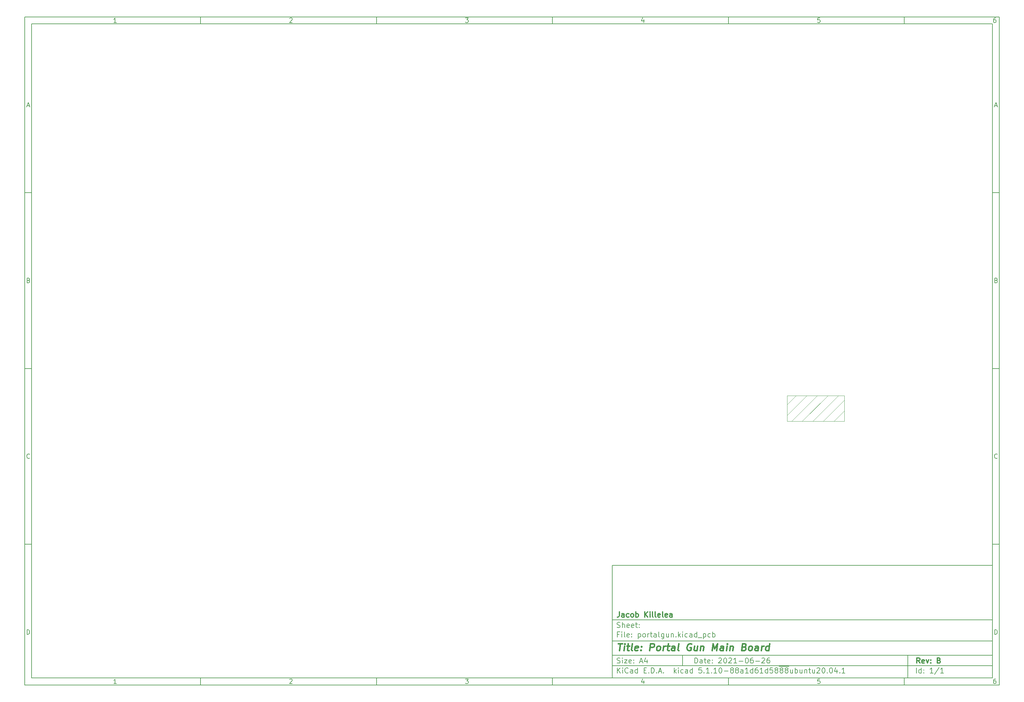
<source format=gbr>
%TF.GenerationSoftware,KiCad,Pcbnew,5.1.10-88a1d61d58~88~ubuntu20.04.1*%
%TF.CreationDate,2021-06-26T15:26:23-05:00*%
%TF.ProjectId,portalgun,706f7274-616c-4677-956e-2e6b69636164,B*%
%TF.SameCoordinates,Original*%
%TF.FileFunction,OtherDrawing,Comment*%
%FSLAX46Y46*%
G04 Gerber Fmt 4.6, Leading zero omitted, Abs format (unit mm)*
G04 Created by KiCad (PCBNEW 5.1.10-88a1d61d58~88~ubuntu20.04.1) date 2021-06-26 15:26:23*
%MOMM*%
%LPD*%
G01*
G04 APERTURE LIST*
%ADD10C,0.100000*%
%ADD11C,0.150000*%
%ADD12C,0.300000*%
%ADD13C,0.400000*%
%ADD14C,0.120000*%
G04 APERTURE END LIST*
D10*
D11*
X177002200Y-166007200D02*
X177002200Y-198007200D01*
X285002200Y-198007200D01*
X285002200Y-166007200D01*
X177002200Y-166007200D01*
D10*
D11*
X10000000Y-10000000D02*
X10000000Y-200007200D01*
X287002200Y-200007200D01*
X287002200Y-10000000D01*
X10000000Y-10000000D01*
D10*
D11*
X12000000Y-12000000D02*
X12000000Y-198007200D01*
X285002200Y-198007200D01*
X285002200Y-12000000D01*
X12000000Y-12000000D01*
D10*
D11*
X60000000Y-12000000D02*
X60000000Y-10000000D01*
D10*
D11*
X110000000Y-12000000D02*
X110000000Y-10000000D01*
D10*
D11*
X160000000Y-12000000D02*
X160000000Y-10000000D01*
D10*
D11*
X210000000Y-12000000D02*
X210000000Y-10000000D01*
D10*
D11*
X260000000Y-12000000D02*
X260000000Y-10000000D01*
D10*
D11*
X36065476Y-11588095D02*
X35322619Y-11588095D01*
X35694047Y-11588095D02*
X35694047Y-10288095D01*
X35570238Y-10473809D01*
X35446428Y-10597619D01*
X35322619Y-10659523D01*
D10*
D11*
X85322619Y-10411904D02*
X85384523Y-10350000D01*
X85508333Y-10288095D01*
X85817857Y-10288095D01*
X85941666Y-10350000D01*
X86003571Y-10411904D01*
X86065476Y-10535714D01*
X86065476Y-10659523D01*
X86003571Y-10845238D01*
X85260714Y-11588095D01*
X86065476Y-11588095D01*
D10*
D11*
X135260714Y-10288095D02*
X136065476Y-10288095D01*
X135632142Y-10783333D01*
X135817857Y-10783333D01*
X135941666Y-10845238D01*
X136003571Y-10907142D01*
X136065476Y-11030952D01*
X136065476Y-11340476D01*
X136003571Y-11464285D01*
X135941666Y-11526190D01*
X135817857Y-11588095D01*
X135446428Y-11588095D01*
X135322619Y-11526190D01*
X135260714Y-11464285D01*
D10*
D11*
X185941666Y-10721428D02*
X185941666Y-11588095D01*
X185632142Y-10226190D02*
X185322619Y-11154761D01*
X186127380Y-11154761D01*
D10*
D11*
X236003571Y-10288095D02*
X235384523Y-10288095D01*
X235322619Y-10907142D01*
X235384523Y-10845238D01*
X235508333Y-10783333D01*
X235817857Y-10783333D01*
X235941666Y-10845238D01*
X236003571Y-10907142D01*
X236065476Y-11030952D01*
X236065476Y-11340476D01*
X236003571Y-11464285D01*
X235941666Y-11526190D01*
X235817857Y-11588095D01*
X235508333Y-11588095D01*
X235384523Y-11526190D01*
X235322619Y-11464285D01*
D10*
D11*
X285941666Y-10288095D02*
X285694047Y-10288095D01*
X285570238Y-10350000D01*
X285508333Y-10411904D01*
X285384523Y-10597619D01*
X285322619Y-10845238D01*
X285322619Y-11340476D01*
X285384523Y-11464285D01*
X285446428Y-11526190D01*
X285570238Y-11588095D01*
X285817857Y-11588095D01*
X285941666Y-11526190D01*
X286003571Y-11464285D01*
X286065476Y-11340476D01*
X286065476Y-11030952D01*
X286003571Y-10907142D01*
X285941666Y-10845238D01*
X285817857Y-10783333D01*
X285570238Y-10783333D01*
X285446428Y-10845238D01*
X285384523Y-10907142D01*
X285322619Y-11030952D01*
D10*
D11*
X60000000Y-198007200D02*
X60000000Y-200007200D01*
D10*
D11*
X110000000Y-198007200D02*
X110000000Y-200007200D01*
D10*
D11*
X160000000Y-198007200D02*
X160000000Y-200007200D01*
D10*
D11*
X210000000Y-198007200D02*
X210000000Y-200007200D01*
D10*
D11*
X260000000Y-198007200D02*
X260000000Y-200007200D01*
D10*
D11*
X36065476Y-199595295D02*
X35322619Y-199595295D01*
X35694047Y-199595295D02*
X35694047Y-198295295D01*
X35570238Y-198481009D01*
X35446428Y-198604819D01*
X35322619Y-198666723D01*
D10*
D11*
X85322619Y-198419104D02*
X85384523Y-198357200D01*
X85508333Y-198295295D01*
X85817857Y-198295295D01*
X85941666Y-198357200D01*
X86003571Y-198419104D01*
X86065476Y-198542914D01*
X86065476Y-198666723D01*
X86003571Y-198852438D01*
X85260714Y-199595295D01*
X86065476Y-199595295D01*
D10*
D11*
X135260714Y-198295295D02*
X136065476Y-198295295D01*
X135632142Y-198790533D01*
X135817857Y-198790533D01*
X135941666Y-198852438D01*
X136003571Y-198914342D01*
X136065476Y-199038152D01*
X136065476Y-199347676D01*
X136003571Y-199471485D01*
X135941666Y-199533390D01*
X135817857Y-199595295D01*
X135446428Y-199595295D01*
X135322619Y-199533390D01*
X135260714Y-199471485D01*
D10*
D11*
X185941666Y-198728628D02*
X185941666Y-199595295D01*
X185632142Y-198233390D02*
X185322619Y-199161961D01*
X186127380Y-199161961D01*
D10*
D11*
X236003571Y-198295295D02*
X235384523Y-198295295D01*
X235322619Y-198914342D01*
X235384523Y-198852438D01*
X235508333Y-198790533D01*
X235817857Y-198790533D01*
X235941666Y-198852438D01*
X236003571Y-198914342D01*
X236065476Y-199038152D01*
X236065476Y-199347676D01*
X236003571Y-199471485D01*
X235941666Y-199533390D01*
X235817857Y-199595295D01*
X235508333Y-199595295D01*
X235384523Y-199533390D01*
X235322619Y-199471485D01*
D10*
D11*
X285941666Y-198295295D02*
X285694047Y-198295295D01*
X285570238Y-198357200D01*
X285508333Y-198419104D01*
X285384523Y-198604819D01*
X285322619Y-198852438D01*
X285322619Y-199347676D01*
X285384523Y-199471485D01*
X285446428Y-199533390D01*
X285570238Y-199595295D01*
X285817857Y-199595295D01*
X285941666Y-199533390D01*
X286003571Y-199471485D01*
X286065476Y-199347676D01*
X286065476Y-199038152D01*
X286003571Y-198914342D01*
X285941666Y-198852438D01*
X285817857Y-198790533D01*
X285570238Y-198790533D01*
X285446428Y-198852438D01*
X285384523Y-198914342D01*
X285322619Y-199038152D01*
D10*
D11*
X10000000Y-60000000D02*
X12000000Y-60000000D01*
D10*
D11*
X10000000Y-110000000D02*
X12000000Y-110000000D01*
D10*
D11*
X10000000Y-160000000D02*
X12000000Y-160000000D01*
D10*
D11*
X10690476Y-35216666D02*
X11309523Y-35216666D01*
X10566666Y-35588095D02*
X11000000Y-34288095D01*
X11433333Y-35588095D01*
D10*
D11*
X11092857Y-84907142D02*
X11278571Y-84969047D01*
X11340476Y-85030952D01*
X11402380Y-85154761D01*
X11402380Y-85340476D01*
X11340476Y-85464285D01*
X11278571Y-85526190D01*
X11154761Y-85588095D01*
X10659523Y-85588095D01*
X10659523Y-84288095D01*
X11092857Y-84288095D01*
X11216666Y-84350000D01*
X11278571Y-84411904D01*
X11340476Y-84535714D01*
X11340476Y-84659523D01*
X11278571Y-84783333D01*
X11216666Y-84845238D01*
X11092857Y-84907142D01*
X10659523Y-84907142D01*
D10*
D11*
X11402380Y-135464285D02*
X11340476Y-135526190D01*
X11154761Y-135588095D01*
X11030952Y-135588095D01*
X10845238Y-135526190D01*
X10721428Y-135402380D01*
X10659523Y-135278571D01*
X10597619Y-135030952D01*
X10597619Y-134845238D01*
X10659523Y-134597619D01*
X10721428Y-134473809D01*
X10845238Y-134350000D01*
X11030952Y-134288095D01*
X11154761Y-134288095D01*
X11340476Y-134350000D01*
X11402380Y-134411904D01*
D10*
D11*
X10659523Y-185588095D02*
X10659523Y-184288095D01*
X10969047Y-184288095D01*
X11154761Y-184350000D01*
X11278571Y-184473809D01*
X11340476Y-184597619D01*
X11402380Y-184845238D01*
X11402380Y-185030952D01*
X11340476Y-185278571D01*
X11278571Y-185402380D01*
X11154761Y-185526190D01*
X10969047Y-185588095D01*
X10659523Y-185588095D01*
D10*
D11*
X287002200Y-60000000D02*
X285002200Y-60000000D01*
D10*
D11*
X287002200Y-110000000D02*
X285002200Y-110000000D01*
D10*
D11*
X287002200Y-160000000D02*
X285002200Y-160000000D01*
D10*
D11*
X285692676Y-35216666D02*
X286311723Y-35216666D01*
X285568866Y-35588095D02*
X286002200Y-34288095D01*
X286435533Y-35588095D01*
D10*
D11*
X286095057Y-84907142D02*
X286280771Y-84969047D01*
X286342676Y-85030952D01*
X286404580Y-85154761D01*
X286404580Y-85340476D01*
X286342676Y-85464285D01*
X286280771Y-85526190D01*
X286156961Y-85588095D01*
X285661723Y-85588095D01*
X285661723Y-84288095D01*
X286095057Y-84288095D01*
X286218866Y-84350000D01*
X286280771Y-84411904D01*
X286342676Y-84535714D01*
X286342676Y-84659523D01*
X286280771Y-84783333D01*
X286218866Y-84845238D01*
X286095057Y-84907142D01*
X285661723Y-84907142D01*
D10*
D11*
X286404580Y-135464285D02*
X286342676Y-135526190D01*
X286156961Y-135588095D01*
X286033152Y-135588095D01*
X285847438Y-135526190D01*
X285723628Y-135402380D01*
X285661723Y-135278571D01*
X285599819Y-135030952D01*
X285599819Y-134845238D01*
X285661723Y-134597619D01*
X285723628Y-134473809D01*
X285847438Y-134350000D01*
X286033152Y-134288095D01*
X286156961Y-134288095D01*
X286342676Y-134350000D01*
X286404580Y-134411904D01*
D10*
D11*
X285661723Y-185588095D02*
X285661723Y-184288095D01*
X285971247Y-184288095D01*
X286156961Y-184350000D01*
X286280771Y-184473809D01*
X286342676Y-184597619D01*
X286404580Y-184845238D01*
X286404580Y-185030952D01*
X286342676Y-185278571D01*
X286280771Y-185402380D01*
X286156961Y-185526190D01*
X285971247Y-185588095D01*
X285661723Y-185588095D01*
D10*
D11*
X200434342Y-193785771D02*
X200434342Y-192285771D01*
X200791485Y-192285771D01*
X201005771Y-192357200D01*
X201148628Y-192500057D01*
X201220057Y-192642914D01*
X201291485Y-192928628D01*
X201291485Y-193142914D01*
X201220057Y-193428628D01*
X201148628Y-193571485D01*
X201005771Y-193714342D01*
X200791485Y-193785771D01*
X200434342Y-193785771D01*
X202577200Y-193785771D02*
X202577200Y-193000057D01*
X202505771Y-192857200D01*
X202362914Y-192785771D01*
X202077200Y-192785771D01*
X201934342Y-192857200D01*
X202577200Y-193714342D02*
X202434342Y-193785771D01*
X202077200Y-193785771D01*
X201934342Y-193714342D01*
X201862914Y-193571485D01*
X201862914Y-193428628D01*
X201934342Y-193285771D01*
X202077200Y-193214342D01*
X202434342Y-193214342D01*
X202577200Y-193142914D01*
X203077200Y-192785771D02*
X203648628Y-192785771D01*
X203291485Y-192285771D02*
X203291485Y-193571485D01*
X203362914Y-193714342D01*
X203505771Y-193785771D01*
X203648628Y-193785771D01*
X204720057Y-193714342D02*
X204577200Y-193785771D01*
X204291485Y-193785771D01*
X204148628Y-193714342D01*
X204077200Y-193571485D01*
X204077200Y-193000057D01*
X204148628Y-192857200D01*
X204291485Y-192785771D01*
X204577200Y-192785771D01*
X204720057Y-192857200D01*
X204791485Y-193000057D01*
X204791485Y-193142914D01*
X204077200Y-193285771D01*
X205434342Y-193642914D02*
X205505771Y-193714342D01*
X205434342Y-193785771D01*
X205362914Y-193714342D01*
X205434342Y-193642914D01*
X205434342Y-193785771D01*
X205434342Y-192857200D02*
X205505771Y-192928628D01*
X205434342Y-193000057D01*
X205362914Y-192928628D01*
X205434342Y-192857200D01*
X205434342Y-193000057D01*
X207220057Y-192428628D02*
X207291485Y-192357200D01*
X207434342Y-192285771D01*
X207791485Y-192285771D01*
X207934342Y-192357200D01*
X208005771Y-192428628D01*
X208077200Y-192571485D01*
X208077200Y-192714342D01*
X208005771Y-192928628D01*
X207148628Y-193785771D01*
X208077200Y-193785771D01*
X209005771Y-192285771D02*
X209148628Y-192285771D01*
X209291485Y-192357200D01*
X209362914Y-192428628D01*
X209434342Y-192571485D01*
X209505771Y-192857200D01*
X209505771Y-193214342D01*
X209434342Y-193500057D01*
X209362914Y-193642914D01*
X209291485Y-193714342D01*
X209148628Y-193785771D01*
X209005771Y-193785771D01*
X208862914Y-193714342D01*
X208791485Y-193642914D01*
X208720057Y-193500057D01*
X208648628Y-193214342D01*
X208648628Y-192857200D01*
X208720057Y-192571485D01*
X208791485Y-192428628D01*
X208862914Y-192357200D01*
X209005771Y-192285771D01*
X210077200Y-192428628D02*
X210148628Y-192357200D01*
X210291485Y-192285771D01*
X210648628Y-192285771D01*
X210791485Y-192357200D01*
X210862914Y-192428628D01*
X210934342Y-192571485D01*
X210934342Y-192714342D01*
X210862914Y-192928628D01*
X210005771Y-193785771D01*
X210934342Y-193785771D01*
X212362914Y-193785771D02*
X211505771Y-193785771D01*
X211934342Y-193785771D02*
X211934342Y-192285771D01*
X211791485Y-192500057D01*
X211648628Y-192642914D01*
X211505771Y-192714342D01*
X213005771Y-193214342D02*
X214148628Y-193214342D01*
X215148628Y-192285771D02*
X215291485Y-192285771D01*
X215434342Y-192357200D01*
X215505771Y-192428628D01*
X215577200Y-192571485D01*
X215648628Y-192857200D01*
X215648628Y-193214342D01*
X215577200Y-193500057D01*
X215505771Y-193642914D01*
X215434342Y-193714342D01*
X215291485Y-193785771D01*
X215148628Y-193785771D01*
X215005771Y-193714342D01*
X214934342Y-193642914D01*
X214862914Y-193500057D01*
X214791485Y-193214342D01*
X214791485Y-192857200D01*
X214862914Y-192571485D01*
X214934342Y-192428628D01*
X215005771Y-192357200D01*
X215148628Y-192285771D01*
X216934342Y-192285771D02*
X216648628Y-192285771D01*
X216505771Y-192357200D01*
X216434342Y-192428628D01*
X216291485Y-192642914D01*
X216220057Y-192928628D01*
X216220057Y-193500057D01*
X216291485Y-193642914D01*
X216362914Y-193714342D01*
X216505771Y-193785771D01*
X216791485Y-193785771D01*
X216934342Y-193714342D01*
X217005771Y-193642914D01*
X217077200Y-193500057D01*
X217077200Y-193142914D01*
X217005771Y-193000057D01*
X216934342Y-192928628D01*
X216791485Y-192857200D01*
X216505771Y-192857200D01*
X216362914Y-192928628D01*
X216291485Y-193000057D01*
X216220057Y-193142914D01*
X217720057Y-193214342D02*
X218862914Y-193214342D01*
X219505771Y-192428628D02*
X219577200Y-192357200D01*
X219720057Y-192285771D01*
X220077200Y-192285771D01*
X220220057Y-192357200D01*
X220291485Y-192428628D01*
X220362914Y-192571485D01*
X220362914Y-192714342D01*
X220291485Y-192928628D01*
X219434342Y-193785771D01*
X220362914Y-193785771D01*
X221648628Y-192285771D02*
X221362914Y-192285771D01*
X221220057Y-192357200D01*
X221148628Y-192428628D01*
X221005771Y-192642914D01*
X220934342Y-192928628D01*
X220934342Y-193500057D01*
X221005771Y-193642914D01*
X221077200Y-193714342D01*
X221220057Y-193785771D01*
X221505771Y-193785771D01*
X221648628Y-193714342D01*
X221720057Y-193642914D01*
X221791485Y-193500057D01*
X221791485Y-193142914D01*
X221720057Y-193000057D01*
X221648628Y-192928628D01*
X221505771Y-192857200D01*
X221220057Y-192857200D01*
X221077200Y-192928628D01*
X221005771Y-193000057D01*
X220934342Y-193142914D01*
D10*
D11*
X177002200Y-194507200D02*
X285002200Y-194507200D01*
D10*
D11*
X178434342Y-196585771D02*
X178434342Y-195085771D01*
X179291485Y-196585771D02*
X178648628Y-195728628D01*
X179291485Y-195085771D02*
X178434342Y-195942914D01*
X179934342Y-196585771D02*
X179934342Y-195585771D01*
X179934342Y-195085771D02*
X179862914Y-195157200D01*
X179934342Y-195228628D01*
X180005771Y-195157200D01*
X179934342Y-195085771D01*
X179934342Y-195228628D01*
X181505771Y-196442914D02*
X181434342Y-196514342D01*
X181220057Y-196585771D01*
X181077200Y-196585771D01*
X180862914Y-196514342D01*
X180720057Y-196371485D01*
X180648628Y-196228628D01*
X180577200Y-195942914D01*
X180577200Y-195728628D01*
X180648628Y-195442914D01*
X180720057Y-195300057D01*
X180862914Y-195157200D01*
X181077200Y-195085771D01*
X181220057Y-195085771D01*
X181434342Y-195157200D01*
X181505771Y-195228628D01*
X182791485Y-196585771D02*
X182791485Y-195800057D01*
X182720057Y-195657200D01*
X182577200Y-195585771D01*
X182291485Y-195585771D01*
X182148628Y-195657200D01*
X182791485Y-196514342D02*
X182648628Y-196585771D01*
X182291485Y-196585771D01*
X182148628Y-196514342D01*
X182077200Y-196371485D01*
X182077200Y-196228628D01*
X182148628Y-196085771D01*
X182291485Y-196014342D01*
X182648628Y-196014342D01*
X182791485Y-195942914D01*
X184148628Y-196585771D02*
X184148628Y-195085771D01*
X184148628Y-196514342D02*
X184005771Y-196585771D01*
X183720057Y-196585771D01*
X183577200Y-196514342D01*
X183505771Y-196442914D01*
X183434342Y-196300057D01*
X183434342Y-195871485D01*
X183505771Y-195728628D01*
X183577200Y-195657200D01*
X183720057Y-195585771D01*
X184005771Y-195585771D01*
X184148628Y-195657200D01*
X186005771Y-195800057D02*
X186505771Y-195800057D01*
X186720057Y-196585771D02*
X186005771Y-196585771D01*
X186005771Y-195085771D01*
X186720057Y-195085771D01*
X187362914Y-196442914D02*
X187434342Y-196514342D01*
X187362914Y-196585771D01*
X187291485Y-196514342D01*
X187362914Y-196442914D01*
X187362914Y-196585771D01*
X188077200Y-196585771D02*
X188077200Y-195085771D01*
X188434342Y-195085771D01*
X188648628Y-195157200D01*
X188791485Y-195300057D01*
X188862914Y-195442914D01*
X188934342Y-195728628D01*
X188934342Y-195942914D01*
X188862914Y-196228628D01*
X188791485Y-196371485D01*
X188648628Y-196514342D01*
X188434342Y-196585771D01*
X188077200Y-196585771D01*
X189577200Y-196442914D02*
X189648628Y-196514342D01*
X189577200Y-196585771D01*
X189505771Y-196514342D01*
X189577200Y-196442914D01*
X189577200Y-196585771D01*
X190220057Y-196157200D02*
X190934342Y-196157200D01*
X190077200Y-196585771D02*
X190577200Y-195085771D01*
X191077200Y-196585771D01*
X191577200Y-196442914D02*
X191648628Y-196514342D01*
X191577200Y-196585771D01*
X191505771Y-196514342D01*
X191577200Y-196442914D01*
X191577200Y-196585771D01*
X194577200Y-196585771D02*
X194577200Y-195085771D01*
X194720057Y-196014342D02*
X195148628Y-196585771D01*
X195148628Y-195585771D02*
X194577200Y-196157200D01*
X195791485Y-196585771D02*
X195791485Y-195585771D01*
X195791485Y-195085771D02*
X195720057Y-195157200D01*
X195791485Y-195228628D01*
X195862914Y-195157200D01*
X195791485Y-195085771D01*
X195791485Y-195228628D01*
X197148628Y-196514342D02*
X197005771Y-196585771D01*
X196720057Y-196585771D01*
X196577200Y-196514342D01*
X196505771Y-196442914D01*
X196434342Y-196300057D01*
X196434342Y-195871485D01*
X196505771Y-195728628D01*
X196577200Y-195657200D01*
X196720057Y-195585771D01*
X197005771Y-195585771D01*
X197148628Y-195657200D01*
X198434342Y-196585771D02*
X198434342Y-195800057D01*
X198362914Y-195657200D01*
X198220057Y-195585771D01*
X197934342Y-195585771D01*
X197791485Y-195657200D01*
X198434342Y-196514342D02*
X198291485Y-196585771D01*
X197934342Y-196585771D01*
X197791485Y-196514342D01*
X197720057Y-196371485D01*
X197720057Y-196228628D01*
X197791485Y-196085771D01*
X197934342Y-196014342D01*
X198291485Y-196014342D01*
X198434342Y-195942914D01*
X199791485Y-196585771D02*
X199791485Y-195085771D01*
X199791485Y-196514342D02*
X199648628Y-196585771D01*
X199362914Y-196585771D01*
X199220057Y-196514342D01*
X199148628Y-196442914D01*
X199077200Y-196300057D01*
X199077200Y-195871485D01*
X199148628Y-195728628D01*
X199220057Y-195657200D01*
X199362914Y-195585771D01*
X199648628Y-195585771D01*
X199791485Y-195657200D01*
X202362914Y-195085771D02*
X201648628Y-195085771D01*
X201577200Y-195800057D01*
X201648628Y-195728628D01*
X201791485Y-195657200D01*
X202148628Y-195657200D01*
X202291485Y-195728628D01*
X202362914Y-195800057D01*
X202434342Y-195942914D01*
X202434342Y-196300057D01*
X202362914Y-196442914D01*
X202291485Y-196514342D01*
X202148628Y-196585771D01*
X201791485Y-196585771D01*
X201648628Y-196514342D01*
X201577200Y-196442914D01*
X203077200Y-196442914D02*
X203148628Y-196514342D01*
X203077200Y-196585771D01*
X203005771Y-196514342D01*
X203077200Y-196442914D01*
X203077200Y-196585771D01*
X204577200Y-196585771D02*
X203720057Y-196585771D01*
X204148628Y-196585771D02*
X204148628Y-195085771D01*
X204005771Y-195300057D01*
X203862914Y-195442914D01*
X203720057Y-195514342D01*
X205220057Y-196442914D02*
X205291485Y-196514342D01*
X205220057Y-196585771D01*
X205148628Y-196514342D01*
X205220057Y-196442914D01*
X205220057Y-196585771D01*
X206720057Y-196585771D02*
X205862914Y-196585771D01*
X206291485Y-196585771D02*
X206291485Y-195085771D01*
X206148628Y-195300057D01*
X206005771Y-195442914D01*
X205862914Y-195514342D01*
X207648628Y-195085771D02*
X207791485Y-195085771D01*
X207934342Y-195157200D01*
X208005771Y-195228628D01*
X208077200Y-195371485D01*
X208148628Y-195657200D01*
X208148628Y-196014342D01*
X208077200Y-196300057D01*
X208005771Y-196442914D01*
X207934342Y-196514342D01*
X207791485Y-196585771D01*
X207648628Y-196585771D01*
X207505771Y-196514342D01*
X207434342Y-196442914D01*
X207362914Y-196300057D01*
X207291485Y-196014342D01*
X207291485Y-195657200D01*
X207362914Y-195371485D01*
X207434342Y-195228628D01*
X207505771Y-195157200D01*
X207648628Y-195085771D01*
X208791485Y-196014342D02*
X209934342Y-196014342D01*
X210862914Y-195728628D02*
X210720057Y-195657200D01*
X210648628Y-195585771D01*
X210577200Y-195442914D01*
X210577200Y-195371485D01*
X210648628Y-195228628D01*
X210720057Y-195157200D01*
X210862914Y-195085771D01*
X211148628Y-195085771D01*
X211291485Y-195157200D01*
X211362914Y-195228628D01*
X211434342Y-195371485D01*
X211434342Y-195442914D01*
X211362914Y-195585771D01*
X211291485Y-195657200D01*
X211148628Y-195728628D01*
X210862914Y-195728628D01*
X210720057Y-195800057D01*
X210648628Y-195871485D01*
X210577200Y-196014342D01*
X210577200Y-196300057D01*
X210648628Y-196442914D01*
X210720057Y-196514342D01*
X210862914Y-196585771D01*
X211148628Y-196585771D01*
X211291485Y-196514342D01*
X211362914Y-196442914D01*
X211434342Y-196300057D01*
X211434342Y-196014342D01*
X211362914Y-195871485D01*
X211291485Y-195800057D01*
X211148628Y-195728628D01*
X212291485Y-195728628D02*
X212148628Y-195657200D01*
X212077200Y-195585771D01*
X212005771Y-195442914D01*
X212005771Y-195371485D01*
X212077200Y-195228628D01*
X212148628Y-195157200D01*
X212291485Y-195085771D01*
X212577200Y-195085771D01*
X212720057Y-195157200D01*
X212791485Y-195228628D01*
X212862914Y-195371485D01*
X212862914Y-195442914D01*
X212791485Y-195585771D01*
X212720057Y-195657200D01*
X212577200Y-195728628D01*
X212291485Y-195728628D01*
X212148628Y-195800057D01*
X212077200Y-195871485D01*
X212005771Y-196014342D01*
X212005771Y-196300057D01*
X212077200Y-196442914D01*
X212148628Y-196514342D01*
X212291485Y-196585771D01*
X212577200Y-196585771D01*
X212720057Y-196514342D01*
X212791485Y-196442914D01*
X212862914Y-196300057D01*
X212862914Y-196014342D01*
X212791485Y-195871485D01*
X212720057Y-195800057D01*
X212577200Y-195728628D01*
X214148628Y-196585771D02*
X214148628Y-195800057D01*
X214077200Y-195657200D01*
X213934342Y-195585771D01*
X213648628Y-195585771D01*
X213505771Y-195657200D01*
X214148628Y-196514342D02*
X214005771Y-196585771D01*
X213648628Y-196585771D01*
X213505771Y-196514342D01*
X213434342Y-196371485D01*
X213434342Y-196228628D01*
X213505771Y-196085771D01*
X213648628Y-196014342D01*
X214005771Y-196014342D01*
X214148628Y-195942914D01*
X215648628Y-196585771D02*
X214791485Y-196585771D01*
X215220057Y-196585771D02*
X215220057Y-195085771D01*
X215077200Y-195300057D01*
X214934342Y-195442914D01*
X214791485Y-195514342D01*
X216934342Y-196585771D02*
X216934342Y-195085771D01*
X216934342Y-196514342D02*
X216791485Y-196585771D01*
X216505771Y-196585771D01*
X216362914Y-196514342D01*
X216291485Y-196442914D01*
X216220057Y-196300057D01*
X216220057Y-195871485D01*
X216291485Y-195728628D01*
X216362914Y-195657200D01*
X216505771Y-195585771D01*
X216791485Y-195585771D01*
X216934342Y-195657200D01*
X218291485Y-195085771D02*
X218005771Y-195085771D01*
X217862914Y-195157200D01*
X217791485Y-195228628D01*
X217648628Y-195442914D01*
X217577200Y-195728628D01*
X217577200Y-196300057D01*
X217648628Y-196442914D01*
X217720057Y-196514342D01*
X217862914Y-196585771D01*
X218148628Y-196585771D01*
X218291485Y-196514342D01*
X218362914Y-196442914D01*
X218434342Y-196300057D01*
X218434342Y-195942914D01*
X218362914Y-195800057D01*
X218291485Y-195728628D01*
X218148628Y-195657200D01*
X217862914Y-195657200D01*
X217720057Y-195728628D01*
X217648628Y-195800057D01*
X217577200Y-195942914D01*
X219862914Y-196585771D02*
X219005771Y-196585771D01*
X219434342Y-196585771D02*
X219434342Y-195085771D01*
X219291485Y-195300057D01*
X219148628Y-195442914D01*
X219005771Y-195514342D01*
X221148628Y-196585771D02*
X221148628Y-195085771D01*
X221148628Y-196514342D02*
X221005771Y-196585771D01*
X220720057Y-196585771D01*
X220577200Y-196514342D01*
X220505771Y-196442914D01*
X220434342Y-196300057D01*
X220434342Y-195871485D01*
X220505771Y-195728628D01*
X220577200Y-195657200D01*
X220720057Y-195585771D01*
X221005771Y-195585771D01*
X221148628Y-195657200D01*
X222577200Y-195085771D02*
X221862914Y-195085771D01*
X221791485Y-195800057D01*
X221862914Y-195728628D01*
X222005771Y-195657200D01*
X222362914Y-195657200D01*
X222505771Y-195728628D01*
X222577200Y-195800057D01*
X222648628Y-195942914D01*
X222648628Y-196300057D01*
X222577200Y-196442914D01*
X222505771Y-196514342D01*
X222362914Y-196585771D01*
X222005771Y-196585771D01*
X221862914Y-196514342D01*
X221791485Y-196442914D01*
X223505771Y-195728628D02*
X223362914Y-195657200D01*
X223291485Y-195585771D01*
X223220057Y-195442914D01*
X223220057Y-195371485D01*
X223291485Y-195228628D01*
X223362914Y-195157200D01*
X223505771Y-195085771D01*
X223791485Y-195085771D01*
X223934342Y-195157200D01*
X224005771Y-195228628D01*
X224077200Y-195371485D01*
X224077200Y-195442914D01*
X224005771Y-195585771D01*
X223934342Y-195657200D01*
X223791485Y-195728628D01*
X223505771Y-195728628D01*
X223362914Y-195800057D01*
X223291485Y-195871485D01*
X223220057Y-196014342D01*
X223220057Y-196300057D01*
X223291485Y-196442914D01*
X223362914Y-196514342D01*
X223505771Y-196585771D01*
X223791485Y-196585771D01*
X223934342Y-196514342D01*
X224005771Y-196442914D01*
X224077200Y-196300057D01*
X224077200Y-196014342D01*
X224005771Y-195871485D01*
X223934342Y-195800057D01*
X223791485Y-195728628D01*
X224362914Y-194677200D02*
X225791485Y-194677200D01*
X224934342Y-195728628D02*
X224791485Y-195657200D01*
X224720057Y-195585771D01*
X224648628Y-195442914D01*
X224648628Y-195371485D01*
X224720057Y-195228628D01*
X224791485Y-195157200D01*
X224934342Y-195085771D01*
X225220057Y-195085771D01*
X225362914Y-195157200D01*
X225434342Y-195228628D01*
X225505771Y-195371485D01*
X225505771Y-195442914D01*
X225434342Y-195585771D01*
X225362914Y-195657200D01*
X225220057Y-195728628D01*
X224934342Y-195728628D01*
X224791485Y-195800057D01*
X224720057Y-195871485D01*
X224648628Y-196014342D01*
X224648628Y-196300057D01*
X224720057Y-196442914D01*
X224791485Y-196514342D01*
X224934342Y-196585771D01*
X225220057Y-196585771D01*
X225362914Y-196514342D01*
X225434342Y-196442914D01*
X225505771Y-196300057D01*
X225505771Y-196014342D01*
X225434342Y-195871485D01*
X225362914Y-195800057D01*
X225220057Y-195728628D01*
X225791485Y-194677200D02*
X227220057Y-194677200D01*
X226362914Y-195728628D02*
X226220057Y-195657200D01*
X226148628Y-195585771D01*
X226077199Y-195442914D01*
X226077199Y-195371485D01*
X226148628Y-195228628D01*
X226220057Y-195157200D01*
X226362914Y-195085771D01*
X226648628Y-195085771D01*
X226791485Y-195157200D01*
X226862914Y-195228628D01*
X226934342Y-195371485D01*
X226934342Y-195442914D01*
X226862914Y-195585771D01*
X226791485Y-195657200D01*
X226648628Y-195728628D01*
X226362914Y-195728628D01*
X226220057Y-195800057D01*
X226148628Y-195871485D01*
X226077199Y-196014342D01*
X226077199Y-196300057D01*
X226148628Y-196442914D01*
X226220057Y-196514342D01*
X226362914Y-196585771D01*
X226648628Y-196585771D01*
X226791485Y-196514342D01*
X226862914Y-196442914D01*
X226934342Y-196300057D01*
X226934342Y-196014342D01*
X226862914Y-195871485D01*
X226791485Y-195800057D01*
X226648628Y-195728628D01*
X228220057Y-195585771D02*
X228220057Y-196585771D01*
X227577199Y-195585771D02*
X227577199Y-196371485D01*
X227648628Y-196514342D01*
X227791485Y-196585771D01*
X228005771Y-196585771D01*
X228148628Y-196514342D01*
X228220057Y-196442914D01*
X228934342Y-196585771D02*
X228934342Y-195085771D01*
X228934342Y-195657200D02*
X229077199Y-195585771D01*
X229362914Y-195585771D01*
X229505771Y-195657200D01*
X229577199Y-195728628D01*
X229648628Y-195871485D01*
X229648628Y-196300057D01*
X229577199Y-196442914D01*
X229505771Y-196514342D01*
X229362914Y-196585771D01*
X229077199Y-196585771D01*
X228934342Y-196514342D01*
X230934342Y-195585771D02*
X230934342Y-196585771D01*
X230291485Y-195585771D02*
X230291485Y-196371485D01*
X230362914Y-196514342D01*
X230505771Y-196585771D01*
X230720057Y-196585771D01*
X230862914Y-196514342D01*
X230934342Y-196442914D01*
X231648628Y-195585771D02*
X231648628Y-196585771D01*
X231648628Y-195728628D02*
X231720057Y-195657200D01*
X231862914Y-195585771D01*
X232077199Y-195585771D01*
X232220057Y-195657200D01*
X232291485Y-195800057D01*
X232291485Y-196585771D01*
X232791485Y-195585771D02*
X233362914Y-195585771D01*
X233005771Y-195085771D02*
X233005771Y-196371485D01*
X233077199Y-196514342D01*
X233220057Y-196585771D01*
X233362914Y-196585771D01*
X234505771Y-195585771D02*
X234505771Y-196585771D01*
X233862914Y-195585771D02*
X233862914Y-196371485D01*
X233934342Y-196514342D01*
X234077200Y-196585771D01*
X234291485Y-196585771D01*
X234434342Y-196514342D01*
X234505771Y-196442914D01*
X235148628Y-195228628D02*
X235220057Y-195157200D01*
X235362914Y-195085771D01*
X235720057Y-195085771D01*
X235862914Y-195157200D01*
X235934342Y-195228628D01*
X236005771Y-195371485D01*
X236005771Y-195514342D01*
X235934342Y-195728628D01*
X235077200Y-196585771D01*
X236005771Y-196585771D01*
X236934342Y-195085771D02*
X237077199Y-195085771D01*
X237220057Y-195157200D01*
X237291485Y-195228628D01*
X237362914Y-195371485D01*
X237434342Y-195657200D01*
X237434342Y-196014342D01*
X237362914Y-196300057D01*
X237291485Y-196442914D01*
X237220057Y-196514342D01*
X237077199Y-196585771D01*
X236934342Y-196585771D01*
X236791485Y-196514342D01*
X236720057Y-196442914D01*
X236648628Y-196300057D01*
X236577199Y-196014342D01*
X236577199Y-195657200D01*
X236648628Y-195371485D01*
X236720057Y-195228628D01*
X236791485Y-195157200D01*
X236934342Y-195085771D01*
X238077199Y-196442914D02*
X238148628Y-196514342D01*
X238077199Y-196585771D01*
X238005771Y-196514342D01*
X238077199Y-196442914D01*
X238077199Y-196585771D01*
X239077199Y-195085771D02*
X239220057Y-195085771D01*
X239362914Y-195157200D01*
X239434342Y-195228628D01*
X239505771Y-195371485D01*
X239577199Y-195657200D01*
X239577199Y-196014342D01*
X239505771Y-196300057D01*
X239434342Y-196442914D01*
X239362914Y-196514342D01*
X239220057Y-196585771D01*
X239077199Y-196585771D01*
X238934342Y-196514342D01*
X238862914Y-196442914D01*
X238791485Y-196300057D01*
X238720057Y-196014342D01*
X238720057Y-195657200D01*
X238791485Y-195371485D01*
X238862914Y-195228628D01*
X238934342Y-195157200D01*
X239077199Y-195085771D01*
X240862914Y-195585771D02*
X240862914Y-196585771D01*
X240505771Y-195014342D02*
X240148628Y-196085771D01*
X241077199Y-196085771D01*
X241648628Y-196442914D02*
X241720057Y-196514342D01*
X241648628Y-196585771D01*
X241577199Y-196514342D01*
X241648628Y-196442914D01*
X241648628Y-196585771D01*
X243148628Y-196585771D02*
X242291485Y-196585771D01*
X242720057Y-196585771D02*
X242720057Y-195085771D01*
X242577199Y-195300057D01*
X242434342Y-195442914D01*
X242291485Y-195514342D01*
D10*
D11*
X177002200Y-191507200D02*
X285002200Y-191507200D01*
D10*
D12*
X264411485Y-193785771D02*
X263911485Y-193071485D01*
X263554342Y-193785771D02*
X263554342Y-192285771D01*
X264125771Y-192285771D01*
X264268628Y-192357200D01*
X264340057Y-192428628D01*
X264411485Y-192571485D01*
X264411485Y-192785771D01*
X264340057Y-192928628D01*
X264268628Y-193000057D01*
X264125771Y-193071485D01*
X263554342Y-193071485D01*
X265625771Y-193714342D02*
X265482914Y-193785771D01*
X265197200Y-193785771D01*
X265054342Y-193714342D01*
X264982914Y-193571485D01*
X264982914Y-193000057D01*
X265054342Y-192857200D01*
X265197200Y-192785771D01*
X265482914Y-192785771D01*
X265625771Y-192857200D01*
X265697200Y-193000057D01*
X265697200Y-193142914D01*
X264982914Y-193285771D01*
X266197200Y-192785771D02*
X266554342Y-193785771D01*
X266911485Y-192785771D01*
X267482914Y-193642914D02*
X267554342Y-193714342D01*
X267482914Y-193785771D01*
X267411485Y-193714342D01*
X267482914Y-193642914D01*
X267482914Y-193785771D01*
X267482914Y-192857200D02*
X267554342Y-192928628D01*
X267482914Y-193000057D01*
X267411485Y-192928628D01*
X267482914Y-192857200D01*
X267482914Y-193000057D01*
X269840057Y-193000057D02*
X270054342Y-193071485D01*
X270125771Y-193142914D01*
X270197200Y-193285771D01*
X270197200Y-193500057D01*
X270125771Y-193642914D01*
X270054342Y-193714342D01*
X269911485Y-193785771D01*
X269340057Y-193785771D01*
X269340057Y-192285771D01*
X269840057Y-192285771D01*
X269982914Y-192357200D01*
X270054342Y-192428628D01*
X270125771Y-192571485D01*
X270125771Y-192714342D01*
X270054342Y-192857200D01*
X269982914Y-192928628D01*
X269840057Y-193000057D01*
X269340057Y-193000057D01*
D10*
D11*
X178362914Y-193714342D02*
X178577200Y-193785771D01*
X178934342Y-193785771D01*
X179077200Y-193714342D01*
X179148628Y-193642914D01*
X179220057Y-193500057D01*
X179220057Y-193357200D01*
X179148628Y-193214342D01*
X179077200Y-193142914D01*
X178934342Y-193071485D01*
X178648628Y-193000057D01*
X178505771Y-192928628D01*
X178434342Y-192857200D01*
X178362914Y-192714342D01*
X178362914Y-192571485D01*
X178434342Y-192428628D01*
X178505771Y-192357200D01*
X178648628Y-192285771D01*
X179005771Y-192285771D01*
X179220057Y-192357200D01*
X179862914Y-193785771D02*
X179862914Y-192785771D01*
X179862914Y-192285771D02*
X179791485Y-192357200D01*
X179862914Y-192428628D01*
X179934342Y-192357200D01*
X179862914Y-192285771D01*
X179862914Y-192428628D01*
X180434342Y-192785771D02*
X181220057Y-192785771D01*
X180434342Y-193785771D01*
X181220057Y-193785771D01*
X182362914Y-193714342D02*
X182220057Y-193785771D01*
X181934342Y-193785771D01*
X181791485Y-193714342D01*
X181720057Y-193571485D01*
X181720057Y-193000057D01*
X181791485Y-192857200D01*
X181934342Y-192785771D01*
X182220057Y-192785771D01*
X182362914Y-192857200D01*
X182434342Y-193000057D01*
X182434342Y-193142914D01*
X181720057Y-193285771D01*
X183077200Y-193642914D02*
X183148628Y-193714342D01*
X183077200Y-193785771D01*
X183005771Y-193714342D01*
X183077200Y-193642914D01*
X183077200Y-193785771D01*
X183077200Y-192857200D02*
X183148628Y-192928628D01*
X183077200Y-193000057D01*
X183005771Y-192928628D01*
X183077200Y-192857200D01*
X183077200Y-193000057D01*
X184862914Y-193357200D02*
X185577200Y-193357200D01*
X184720057Y-193785771D02*
X185220057Y-192285771D01*
X185720057Y-193785771D01*
X186862914Y-192785771D02*
X186862914Y-193785771D01*
X186505771Y-192214342D02*
X186148628Y-193285771D01*
X187077200Y-193285771D01*
D10*
D11*
X263434342Y-196585771D02*
X263434342Y-195085771D01*
X264791485Y-196585771D02*
X264791485Y-195085771D01*
X264791485Y-196514342D02*
X264648628Y-196585771D01*
X264362914Y-196585771D01*
X264220057Y-196514342D01*
X264148628Y-196442914D01*
X264077200Y-196300057D01*
X264077200Y-195871485D01*
X264148628Y-195728628D01*
X264220057Y-195657200D01*
X264362914Y-195585771D01*
X264648628Y-195585771D01*
X264791485Y-195657200D01*
X265505771Y-196442914D02*
X265577200Y-196514342D01*
X265505771Y-196585771D01*
X265434342Y-196514342D01*
X265505771Y-196442914D01*
X265505771Y-196585771D01*
X265505771Y-195657200D02*
X265577200Y-195728628D01*
X265505771Y-195800057D01*
X265434342Y-195728628D01*
X265505771Y-195657200D01*
X265505771Y-195800057D01*
X268148628Y-196585771D02*
X267291485Y-196585771D01*
X267720057Y-196585771D02*
X267720057Y-195085771D01*
X267577200Y-195300057D01*
X267434342Y-195442914D01*
X267291485Y-195514342D01*
X269862914Y-195014342D02*
X268577200Y-196942914D01*
X271148628Y-196585771D02*
X270291485Y-196585771D01*
X270720057Y-196585771D02*
X270720057Y-195085771D01*
X270577200Y-195300057D01*
X270434342Y-195442914D01*
X270291485Y-195514342D01*
D10*
D11*
X177002200Y-187507200D02*
X285002200Y-187507200D01*
D10*
D13*
X178714580Y-188211961D02*
X179857438Y-188211961D01*
X179036009Y-190211961D02*
X179286009Y-188211961D01*
X180274104Y-190211961D02*
X180440771Y-188878628D01*
X180524104Y-188211961D02*
X180416961Y-188307200D01*
X180500295Y-188402438D01*
X180607438Y-188307200D01*
X180524104Y-188211961D01*
X180500295Y-188402438D01*
X181107438Y-188878628D02*
X181869342Y-188878628D01*
X181476485Y-188211961D02*
X181262200Y-189926247D01*
X181333628Y-190116723D01*
X181512200Y-190211961D01*
X181702676Y-190211961D01*
X182655057Y-190211961D02*
X182476485Y-190116723D01*
X182405057Y-189926247D01*
X182619342Y-188211961D01*
X184190771Y-190116723D02*
X183988390Y-190211961D01*
X183607438Y-190211961D01*
X183428866Y-190116723D01*
X183357438Y-189926247D01*
X183452676Y-189164342D01*
X183571723Y-188973866D01*
X183774104Y-188878628D01*
X184155057Y-188878628D01*
X184333628Y-188973866D01*
X184405057Y-189164342D01*
X184381247Y-189354819D01*
X183405057Y-189545295D01*
X185155057Y-190021485D02*
X185238390Y-190116723D01*
X185131247Y-190211961D01*
X185047914Y-190116723D01*
X185155057Y-190021485D01*
X185131247Y-190211961D01*
X185286009Y-188973866D02*
X185369342Y-189069104D01*
X185262200Y-189164342D01*
X185178866Y-189069104D01*
X185286009Y-188973866D01*
X185262200Y-189164342D01*
X187607438Y-190211961D02*
X187857438Y-188211961D01*
X188619342Y-188211961D01*
X188797914Y-188307200D01*
X188881247Y-188402438D01*
X188952676Y-188592914D01*
X188916961Y-188878628D01*
X188797914Y-189069104D01*
X188690771Y-189164342D01*
X188488390Y-189259580D01*
X187726485Y-189259580D01*
X189893152Y-190211961D02*
X189714580Y-190116723D01*
X189631247Y-190021485D01*
X189559819Y-189831009D01*
X189631247Y-189259580D01*
X189750295Y-189069104D01*
X189857438Y-188973866D01*
X190059819Y-188878628D01*
X190345533Y-188878628D01*
X190524104Y-188973866D01*
X190607438Y-189069104D01*
X190678866Y-189259580D01*
X190607438Y-189831009D01*
X190488390Y-190021485D01*
X190381247Y-190116723D01*
X190178866Y-190211961D01*
X189893152Y-190211961D01*
X191416961Y-190211961D02*
X191583628Y-188878628D01*
X191536009Y-189259580D02*
X191655057Y-189069104D01*
X191762200Y-188973866D01*
X191964580Y-188878628D01*
X192155057Y-188878628D01*
X192536009Y-188878628D02*
X193297914Y-188878628D01*
X192905057Y-188211961D02*
X192690771Y-189926247D01*
X192762200Y-190116723D01*
X192940771Y-190211961D01*
X193131247Y-190211961D01*
X194655057Y-190211961D02*
X194786009Y-189164342D01*
X194714580Y-188973866D01*
X194536009Y-188878628D01*
X194155057Y-188878628D01*
X193952676Y-188973866D01*
X194666961Y-190116723D02*
X194464580Y-190211961D01*
X193988390Y-190211961D01*
X193809819Y-190116723D01*
X193738390Y-189926247D01*
X193762200Y-189735771D01*
X193881247Y-189545295D01*
X194083628Y-189450057D01*
X194559819Y-189450057D01*
X194762200Y-189354819D01*
X195893152Y-190211961D02*
X195714580Y-190116723D01*
X195643152Y-189926247D01*
X195857438Y-188211961D01*
X199464580Y-188307200D02*
X199286009Y-188211961D01*
X199000295Y-188211961D01*
X198702676Y-188307200D01*
X198488390Y-188497676D01*
X198369342Y-188688152D01*
X198226485Y-189069104D01*
X198190771Y-189354819D01*
X198238390Y-189735771D01*
X198309819Y-189926247D01*
X198476485Y-190116723D01*
X198750295Y-190211961D01*
X198940771Y-190211961D01*
X199238390Y-190116723D01*
X199345533Y-190021485D01*
X199428866Y-189354819D01*
X199047914Y-189354819D01*
X201202676Y-188878628D02*
X201036009Y-190211961D01*
X200345533Y-188878628D02*
X200214580Y-189926247D01*
X200286009Y-190116723D01*
X200464580Y-190211961D01*
X200750295Y-190211961D01*
X200952676Y-190116723D01*
X201059819Y-190021485D01*
X202155057Y-188878628D02*
X201988390Y-190211961D01*
X202131247Y-189069104D02*
X202238390Y-188973866D01*
X202440771Y-188878628D01*
X202726485Y-188878628D01*
X202905057Y-188973866D01*
X202976485Y-189164342D01*
X202845533Y-190211961D01*
X205321723Y-190211961D02*
X205571723Y-188211961D01*
X206059819Y-189640533D01*
X206905057Y-188211961D01*
X206655057Y-190211961D01*
X208464580Y-190211961D02*
X208595533Y-189164342D01*
X208524104Y-188973866D01*
X208345533Y-188878628D01*
X207964580Y-188878628D01*
X207762200Y-188973866D01*
X208476485Y-190116723D02*
X208274104Y-190211961D01*
X207797914Y-190211961D01*
X207619342Y-190116723D01*
X207547914Y-189926247D01*
X207571723Y-189735771D01*
X207690771Y-189545295D01*
X207893152Y-189450057D01*
X208369342Y-189450057D01*
X208571723Y-189354819D01*
X209416961Y-190211961D02*
X209583628Y-188878628D01*
X209666961Y-188211961D02*
X209559819Y-188307200D01*
X209643152Y-188402438D01*
X209750295Y-188307200D01*
X209666961Y-188211961D01*
X209643152Y-188402438D01*
X210536009Y-188878628D02*
X210369342Y-190211961D01*
X210512200Y-189069104D02*
X210619342Y-188973866D01*
X210821723Y-188878628D01*
X211107438Y-188878628D01*
X211286009Y-188973866D01*
X211357438Y-189164342D01*
X211226485Y-190211961D01*
X214500295Y-189164342D02*
X214774104Y-189259580D01*
X214857438Y-189354819D01*
X214928866Y-189545295D01*
X214893152Y-189831009D01*
X214774104Y-190021485D01*
X214666961Y-190116723D01*
X214464580Y-190211961D01*
X213702676Y-190211961D01*
X213952676Y-188211961D01*
X214619342Y-188211961D01*
X214797914Y-188307200D01*
X214881247Y-188402438D01*
X214952676Y-188592914D01*
X214928866Y-188783390D01*
X214809819Y-188973866D01*
X214702676Y-189069104D01*
X214500295Y-189164342D01*
X213833628Y-189164342D01*
X215988390Y-190211961D02*
X215809819Y-190116723D01*
X215726485Y-190021485D01*
X215655057Y-189831009D01*
X215726485Y-189259580D01*
X215845533Y-189069104D01*
X215952676Y-188973866D01*
X216155057Y-188878628D01*
X216440771Y-188878628D01*
X216619342Y-188973866D01*
X216702676Y-189069104D01*
X216774104Y-189259580D01*
X216702676Y-189831009D01*
X216583628Y-190021485D01*
X216476485Y-190116723D01*
X216274104Y-190211961D01*
X215988390Y-190211961D01*
X218369342Y-190211961D02*
X218500295Y-189164342D01*
X218428866Y-188973866D01*
X218250295Y-188878628D01*
X217869342Y-188878628D01*
X217666961Y-188973866D01*
X218381247Y-190116723D02*
X218178866Y-190211961D01*
X217702676Y-190211961D01*
X217524104Y-190116723D01*
X217452676Y-189926247D01*
X217476485Y-189735771D01*
X217595533Y-189545295D01*
X217797914Y-189450057D01*
X218274104Y-189450057D01*
X218476485Y-189354819D01*
X219321723Y-190211961D02*
X219488390Y-188878628D01*
X219440771Y-189259580D02*
X219559819Y-189069104D01*
X219666961Y-188973866D01*
X219869342Y-188878628D01*
X220059819Y-188878628D01*
X221416961Y-190211961D02*
X221666961Y-188211961D01*
X221428866Y-190116723D02*
X221226485Y-190211961D01*
X220845533Y-190211961D01*
X220666961Y-190116723D01*
X220583628Y-190021485D01*
X220512200Y-189831009D01*
X220583628Y-189259580D01*
X220702676Y-189069104D01*
X220809819Y-188973866D01*
X221012200Y-188878628D01*
X221393152Y-188878628D01*
X221571723Y-188973866D01*
D10*
D11*
X178934342Y-185600057D02*
X178434342Y-185600057D01*
X178434342Y-186385771D02*
X178434342Y-184885771D01*
X179148628Y-184885771D01*
X179720057Y-186385771D02*
X179720057Y-185385771D01*
X179720057Y-184885771D02*
X179648628Y-184957200D01*
X179720057Y-185028628D01*
X179791485Y-184957200D01*
X179720057Y-184885771D01*
X179720057Y-185028628D01*
X180648628Y-186385771D02*
X180505771Y-186314342D01*
X180434342Y-186171485D01*
X180434342Y-184885771D01*
X181791485Y-186314342D02*
X181648628Y-186385771D01*
X181362914Y-186385771D01*
X181220057Y-186314342D01*
X181148628Y-186171485D01*
X181148628Y-185600057D01*
X181220057Y-185457200D01*
X181362914Y-185385771D01*
X181648628Y-185385771D01*
X181791485Y-185457200D01*
X181862914Y-185600057D01*
X181862914Y-185742914D01*
X181148628Y-185885771D01*
X182505771Y-186242914D02*
X182577200Y-186314342D01*
X182505771Y-186385771D01*
X182434342Y-186314342D01*
X182505771Y-186242914D01*
X182505771Y-186385771D01*
X182505771Y-185457200D02*
X182577200Y-185528628D01*
X182505771Y-185600057D01*
X182434342Y-185528628D01*
X182505771Y-185457200D01*
X182505771Y-185600057D01*
X184362914Y-185385771D02*
X184362914Y-186885771D01*
X184362914Y-185457200D02*
X184505771Y-185385771D01*
X184791485Y-185385771D01*
X184934342Y-185457200D01*
X185005771Y-185528628D01*
X185077200Y-185671485D01*
X185077200Y-186100057D01*
X185005771Y-186242914D01*
X184934342Y-186314342D01*
X184791485Y-186385771D01*
X184505771Y-186385771D01*
X184362914Y-186314342D01*
X185934342Y-186385771D02*
X185791485Y-186314342D01*
X185720057Y-186242914D01*
X185648628Y-186100057D01*
X185648628Y-185671485D01*
X185720057Y-185528628D01*
X185791485Y-185457200D01*
X185934342Y-185385771D01*
X186148628Y-185385771D01*
X186291485Y-185457200D01*
X186362914Y-185528628D01*
X186434342Y-185671485D01*
X186434342Y-186100057D01*
X186362914Y-186242914D01*
X186291485Y-186314342D01*
X186148628Y-186385771D01*
X185934342Y-186385771D01*
X187077200Y-186385771D02*
X187077200Y-185385771D01*
X187077200Y-185671485D02*
X187148628Y-185528628D01*
X187220057Y-185457200D01*
X187362914Y-185385771D01*
X187505771Y-185385771D01*
X187791485Y-185385771D02*
X188362914Y-185385771D01*
X188005771Y-184885771D02*
X188005771Y-186171485D01*
X188077200Y-186314342D01*
X188220057Y-186385771D01*
X188362914Y-186385771D01*
X189505771Y-186385771D02*
X189505771Y-185600057D01*
X189434342Y-185457200D01*
X189291485Y-185385771D01*
X189005771Y-185385771D01*
X188862914Y-185457200D01*
X189505771Y-186314342D02*
X189362914Y-186385771D01*
X189005771Y-186385771D01*
X188862914Y-186314342D01*
X188791485Y-186171485D01*
X188791485Y-186028628D01*
X188862914Y-185885771D01*
X189005771Y-185814342D01*
X189362914Y-185814342D01*
X189505771Y-185742914D01*
X190434342Y-186385771D02*
X190291485Y-186314342D01*
X190220057Y-186171485D01*
X190220057Y-184885771D01*
X191648628Y-185385771D02*
X191648628Y-186600057D01*
X191577200Y-186742914D01*
X191505771Y-186814342D01*
X191362914Y-186885771D01*
X191148628Y-186885771D01*
X191005771Y-186814342D01*
X191648628Y-186314342D02*
X191505771Y-186385771D01*
X191220057Y-186385771D01*
X191077200Y-186314342D01*
X191005771Y-186242914D01*
X190934342Y-186100057D01*
X190934342Y-185671485D01*
X191005771Y-185528628D01*
X191077200Y-185457200D01*
X191220057Y-185385771D01*
X191505771Y-185385771D01*
X191648628Y-185457200D01*
X193005771Y-185385771D02*
X193005771Y-186385771D01*
X192362914Y-185385771D02*
X192362914Y-186171485D01*
X192434342Y-186314342D01*
X192577200Y-186385771D01*
X192791485Y-186385771D01*
X192934342Y-186314342D01*
X193005771Y-186242914D01*
X193720057Y-185385771D02*
X193720057Y-186385771D01*
X193720057Y-185528628D02*
X193791485Y-185457200D01*
X193934342Y-185385771D01*
X194148628Y-185385771D01*
X194291485Y-185457200D01*
X194362914Y-185600057D01*
X194362914Y-186385771D01*
X195077200Y-186242914D02*
X195148628Y-186314342D01*
X195077200Y-186385771D01*
X195005771Y-186314342D01*
X195077200Y-186242914D01*
X195077200Y-186385771D01*
X195791485Y-186385771D02*
X195791485Y-184885771D01*
X195934342Y-185814342D02*
X196362914Y-186385771D01*
X196362914Y-185385771D02*
X195791485Y-185957200D01*
X197005771Y-186385771D02*
X197005771Y-185385771D01*
X197005771Y-184885771D02*
X196934342Y-184957200D01*
X197005771Y-185028628D01*
X197077200Y-184957200D01*
X197005771Y-184885771D01*
X197005771Y-185028628D01*
X198362914Y-186314342D02*
X198220057Y-186385771D01*
X197934342Y-186385771D01*
X197791485Y-186314342D01*
X197720057Y-186242914D01*
X197648628Y-186100057D01*
X197648628Y-185671485D01*
X197720057Y-185528628D01*
X197791485Y-185457200D01*
X197934342Y-185385771D01*
X198220057Y-185385771D01*
X198362914Y-185457200D01*
X199648628Y-186385771D02*
X199648628Y-185600057D01*
X199577200Y-185457200D01*
X199434342Y-185385771D01*
X199148628Y-185385771D01*
X199005771Y-185457200D01*
X199648628Y-186314342D02*
X199505771Y-186385771D01*
X199148628Y-186385771D01*
X199005771Y-186314342D01*
X198934342Y-186171485D01*
X198934342Y-186028628D01*
X199005771Y-185885771D01*
X199148628Y-185814342D01*
X199505771Y-185814342D01*
X199648628Y-185742914D01*
X201005771Y-186385771D02*
X201005771Y-184885771D01*
X201005771Y-186314342D02*
X200862914Y-186385771D01*
X200577200Y-186385771D01*
X200434342Y-186314342D01*
X200362914Y-186242914D01*
X200291485Y-186100057D01*
X200291485Y-185671485D01*
X200362914Y-185528628D01*
X200434342Y-185457200D01*
X200577200Y-185385771D01*
X200862914Y-185385771D01*
X201005771Y-185457200D01*
X201362914Y-186528628D02*
X202505771Y-186528628D01*
X202862914Y-185385771D02*
X202862914Y-186885771D01*
X202862914Y-185457200D02*
X203005771Y-185385771D01*
X203291485Y-185385771D01*
X203434342Y-185457200D01*
X203505771Y-185528628D01*
X203577200Y-185671485D01*
X203577200Y-186100057D01*
X203505771Y-186242914D01*
X203434342Y-186314342D01*
X203291485Y-186385771D01*
X203005771Y-186385771D01*
X202862914Y-186314342D01*
X204862914Y-186314342D02*
X204720057Y-186385771D01*
X204434342Y-186385771D01*
X204291485Y-186314342D01*
X204220057Y-186242914D01*
X204148628Y-186100057D01*
X204148628Y-185671485D01*
X204220057Y-185528628D01*
X204291485Y-185457200D01*
X204434342Y-185385771D01*
X204720057Y-185385771D01*
X204862914Y-185457200D01*
X205505771Y-186385771D02*
X205505771Y-184885771D01*
X205505771Y-185457200D02*
X205648628Y-185385771D01*
X205934342Y-185385771D01*
X206077200Y-185457200D01*
X206148628Y-185528628D01*
X206220057Y-185671485D01*
X206220057Y-186100057D01*
X206148628Y-186242914D01*
X206077200Y-186314342D01*
X205934342Y-186385771D01*
X205648628Y-186385771D01*
X205505771Y-186314342D01*
D10*
D11*
X177002200Y-181507200D02*
X285002200Y-181507200D01*
D10*
D11*
X178362914Y-183614342D02*
X178577200Y-183685771D01*
X178934342Y-183685771D01*
X179077200Y-183614342D01*
X179148628Y-183542914D01*
X179220057Y-183400057D01*
X179220057Y-183257200D01*
X179148628Y-183114342D01*
X179077200Y-183042914D01*
X178934342Y-182971485D01*
X178648628Y-182900057D01*
X178505771Y-182828628D01*
X178434342Y-182757200D01*
X178362914Y-182614342D01*
X178362914Y-182471485D01*
X178434342Y-182328628D01*
X178505771Y-182257200D01*
X178648628Y-182185771D01*
X179005771Y-182185771D01*
X179220057Y-182257200D01*
X179862914Y-183685771D02*
X179862914Y-182185771D01*
X180505771Y-183685771D02*
X180505771Y-182900057D01*
X180434342Y-182757200D01*
X180291485Y-182685771D01*
X180077200Y-182685771D01*
X179934342Y-182757200D01*
X179862914Y-182828628D01*
X181791485Y-183614342D02*
X181648628Y-183685771D01*
X181362914Y-183685771D01*
X181220057Y-183614342D01*
X181148628Y-183471485D01*
X181148628Y-182900057D01*
X181220057Y-182757200D01*
X181362914Y-182685771D01*
X181648628Y-182685771D01*
X181791485Y-182757200D01*
X181862914Y-182900057D01*
X181862914Y-183042914D01*
X181148628Y-183185771D01*
X183077200Y-183614342D02*
X182934342Y-183685771D01*
X182648628Y-183685771D01*
X182505771Y-183614342D01*
X182434342Y-183471485D01*
X182434342Y-182900057D01*
X182505771Y-182757200D01*
X182648628Y-182685771D01*
X182934342Y-182685771D01*
X183077200Y-182757200D01*
X183148628Y-182900057D01*
X183148628Y-183042914D01*
X182434342Y-183185771D01*
X183577200Y-182685771D02*
X184148628Y-182685771D01*
X183791485Y-182185771D02*
X183791485Y-183471485D01*
X183862914Y-183614342D01*
X184005771Y-183685771D01*
X184148628Y-183685771D01*
X184648628Y-183542914D02*
X184720057Y-183614342D01*
X184648628Y-183685771D01*
X184577200Y-183614342D01*
X184648628Y-183542914D01*
X184648628Y-183685771D01*
X184648628Y-182757200D02*
X184720057Y-182828628D01*
X184648628Y-182900057D01*
X184577200Y-182828628D01*
X184648628Y-182757200D01*
X184648628Y-182900057D01*
D10*
D12*
X178982914Y-179185771D02*
X178982914Y-180257200D01*
X178911485Y-180471485D01*
X178768628Y-180614342D01*
X178554342Y-180685771D01*
X178411485Y-180685771D01*
X180340057Y-180685771D02*
X180340057Y-179900057D01*
X180268628Y-179757200D01*
X180125771Y-179685771D01*
X179840057Y-179685771D01*
X179697200Y-179757200D01*
X180340057Y-180614342D02*
X180197200Y-180685771D01*
X179840057Y-180685771D01*
X179697200Y-180614342D01*
X179625771Y-180471485D01*
X179625771Y-180328628D01*
X179697200Y-180185771D01*
X179840057Y-180114342D01*
X180197200Y-180114342D01*
X180340057Y-180042914D01*
X181697200Y-180614342D02*
X181554342Y-180685771D01*
X181268628Y-180685771D01*
X181125771Y-180614342D01*
X181054342Y-180542914D01*
X180982914Y-180400057D01*
X180982914Y-179971485D01*
X181054342Y-179828628D01*
X181125771Y-179757200D01*
X181268628Y-179685771D01*
X181554342Y-179685771D01*
X181697200Y-179757200D01*
X182554342Y-180685771D02*
X182411485Y-180614342D01*
X182340057Y-180542914D01*
X182268628Y-180400057D01*
X182268628Y-179971485D01*
X182340057Y-179828628D01*
X182411485Y-179757200D01*
X182554342Y-179685771D01*
X182768628Y-179685771D01*
X182911485Y-179757200D01*
X182982914Y-179828628D01*
X183054342Y-179971485D01*
X183054342Y-180400057D01*
X182982914Y-180542914D01*
X182911485Y-180614342D01*
X182768628Y-180685771D01*
X182554342Y-180685771D01*
X183697200Y-180685771D02*
X183697200Y-179185771D01*
X183697200Y-179757200D02*
X183840057Y-179685771D01*
X184125771Y-179685771D01*
X184268628Y-179757200D01*
X184340057Y-179828628D01*
X184411485Y-179971485D01*
X184411485Y-180400057D01*
X184340057Y-180542914D01*
X184268628Y-180614342D01*
X184125771Y-180685771D01*
X183840057Y-180685771D01*
X183697200Y-180614342D01*
X186197200Y-180685771D02*
X186197200Y-179185771D01*
X187054342Y-180685771D02*
X186411485Y-179828628D01*
X187054342Y-179185771D02*
X186197200Y-180042914D01*
X187697200Y-180685771D02*
X187697200Y-179685771D01*
X187697200Y-179185771D02*
X187625771Y-179257200D01*
X187697200Y-179328628D01*
X187768628Y-179257200D01*
X187697200Y-179185771D01*
X187697200Y-179328628D01*
X188625771Y-180685771D02*
X188482914Y-180614342D01*
X188411485Y-180471485D01*
X188411485Y-179185771D01*
X189411485Y-180685771D02*
X189268628Y-180614342D01*
X189197200Y-180471485D01*
X189197200Y-179185771D01*
X190554342Y-180614342D02*
X190411485Y-180685771D01*
X190125771Y-180685771D01*
X189982914Y-180614342D01*
X189911485Y-180471485D01*
X189911485Y-179900057D01*
X189982914Y-179757200D01*
X190125771Y-179685771D01*
X190411485Y-179685771D01*
X190554342Y-179757200D01*
X190625771Y-179900057D01*
X190625771Y-180042914D01*
X189911485Y-180185771D01*
X191482914Y-180685771D02*
X191340057Y-180614342D01*
X191268628Y-180471485D01*
X191268628Y-179185771D01*
X192625771Y-180614342D02*
X192482914Y-180685771D01*
X192197200Y-180685771D01*
X192054342Y-180614342D01*
X191982914Y-180471485D01*
X191982914Y-179900057D01*
X192054342Y-179757200D01*
X192197200Y-179685771D01*
X192482914Y-179685771D01*
X192625771Y-179757200D01*
X192697200Y-179900057D01*
X192697200Y-180042914D01*
X191982914Y-180185771D01*
X193982914Y-180685771D02*
X193982914Y-179900057D01*
X193911485Y-179757200D01*
X193768628Y-179685771D01*
X193482914Y-179685771D01*
X193340057Y-179757200D01*
X193982914Y-180614342D02*
X193840057Y-180685771D01*
X193482914Y-180685771D01*
X193340057Y-180614342D01*
X193268628Y-180471485D01*
X193268628Y-180328628D01*
X193340057Y-180185771D01*
X193482914Y-180114342D01*
X193840057Y-180114342D01*
X193982914Y-180042914D01*
D10*
D11*
X197002200Y-191507200D02*
X197002200Y-194507200D01*
D10*
D11*
X261002200Y-191507200D02*
X261002200Y-198007200D01*
D14*
%TO.C,U2*%
X229263000Y-117703000D02*
X226703000Y-120263000D01*
X232263000Y-117703000D02*
X226703000Y-123263000D01*
X235263000Y-117703000D02*
X227943000Y-125023000D01*
X238263000Y-117703000D02*
X230943000Y-125023000D01*
X241263000Y-117703000D02*
X233943000Y-125023000D01*
X242943000Y-119023000D02*
X236943000Y-125023000D01*
X242943000Y-122023000D02*
X239943000Y-125023000D01*
X242943000Y-117703000D02*
X242943000Y-125023000D01*
X226703000Y-117703000D02*
X242943000Y-117703000D01*
X226703000Y-125023000D02*
X226703000Y-117703000D01*
X242943000Y-125023000D02*
X226703000Y-125023000D01*
%TD*%
M02*

</source>
